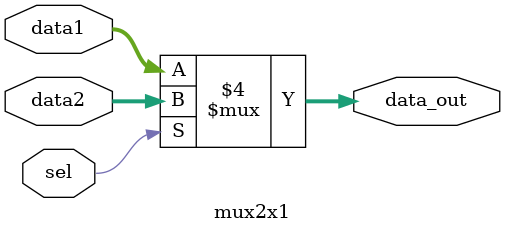
<source format=v>
module mux2x1(data1, data2, sel, data_out);

input [31:0] data1, data2;
input sel;
output [31:0] data_out;

reg [31:0] data_out;

always @(data1, data2, sel)
begin
	if(sel == 0)
		data_out <= data1;
	else
		data_out <= data2;
	end
endmodule



</source>
